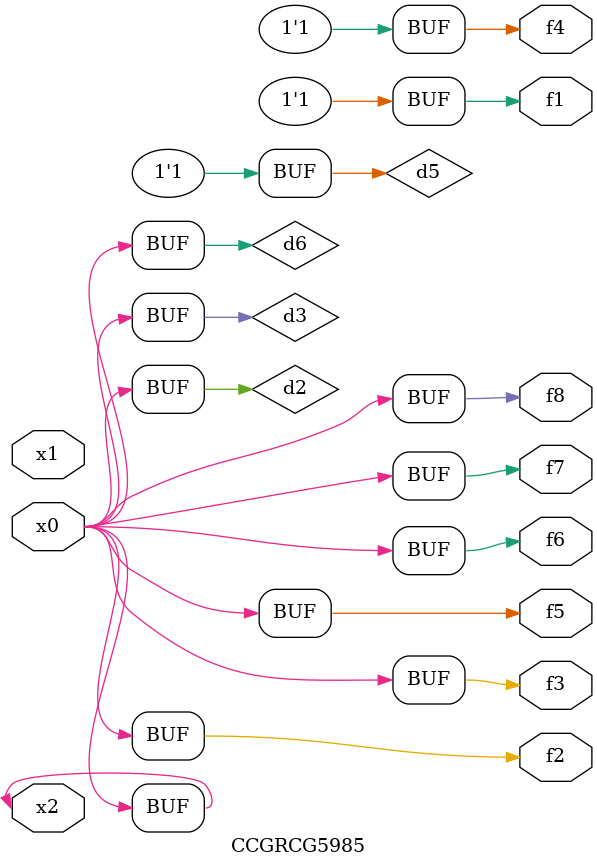
<source format=v>
module CCGRCG5985(
	input x0, x1, x2,
	output f1, f2, f3, f4, f5, f6, f7, f8
);

	wire d1, d2, d3, d4, d5, d6;

	xnor (d1, x2);
	buf (d2, x0, x2);
	and (d3, x0);
	xnor (d4, x1, x2);
	nand (d5, d1, d3);
	buf (d6, d2, d3);
	assign f1 = d5;
	assign f2 = d6;
	assign f3 = d6;
	assign f4 = d5;
	assign f5 = d6;
	assign f6 = d6;
	assign f7 = d6;
	assign f8 = d6;
endmodule

</source>
